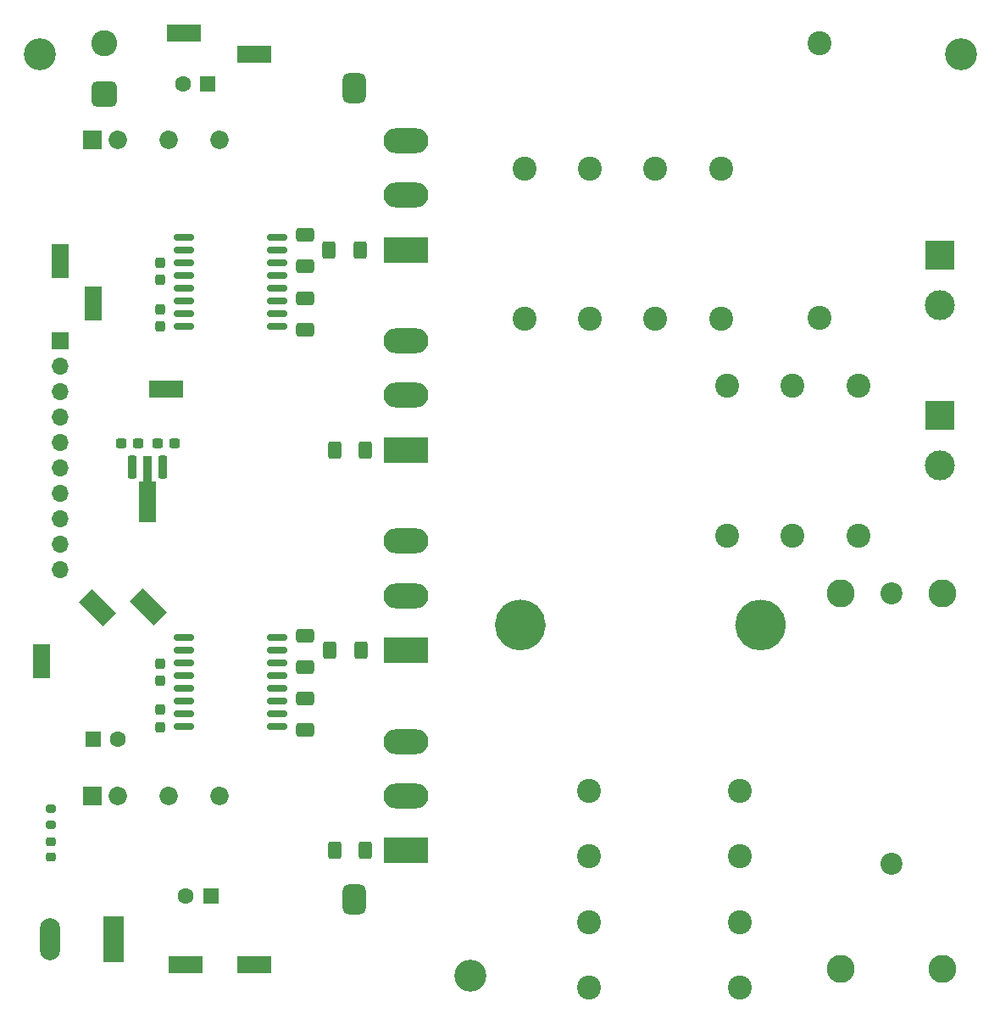
<source format=gbr>
%TF.GenerationSoftware,KiCad,Pcbnew,8.0.3*%
%TF.CreationDate,2025-02-16T14:56:23+13:00*%
%TF.ProjectId,Power-stage-rounded,506f7765-722d-4737-9461-67652d726f75,rev?*%
%TF.SameCoordinates,Original*%
%TF.FileFunction,Soldermask,Top*%
%TF.FilePolarity,Negative*%
%FSLAX46Y46*%
G04 Gerber Fmt 4.6, Leading zero omitted, Abs format (unit mm)*
G04 Created by KiCad (PCBNEW 8.0.3) date 2025-02-16 14:56:23*
%MOMM*%
%LPD*%
G01*
G04 APERTURE LIST*
G04 Aperture macros list*
%AMRoundRect*
0 Rectangle with rounded corners*
0 $1 Rounding radius*
0 $2 $3 $4 $5 $6 $7 $8 $9 X,Y pos of 4 corners*
0 Add a 4 corners polygon primitive as box body*
4,1,4,$2,$3,$4,$5,$6,$7,$8,$9,$2,$3,0*
0 Add four circle primitives for the rounded corners*
1,1,$1+$1,$2,$3*
1,1,$1+$1,$4,$5*
1,1,$1+$1,$6,$7*
1,1,$1+$1,$8,$9*
0 Add four rect primitives between the rounded corners*
20,1,$1+$1,$2,$3,$4,$5,0*
20,1,$1+$1,$4,$5,$6,$7,0*
20,1,$1+$1,$6,$7,$8,$9,0*
20,1,$1+$1,$8,$9,$2,$3,0*%
%AMRotRect*
0 Rectangle, with rotation*
0 The origin of the aperture is its center*
0 $1 length*
0 $2 width*
0 $3 Rotation angle, in degrees counterclockwise*
0 Add horizontal line*
21,1,$1,$2,0,0,$3*%
%AMFreePoly0*
4,1,9,5.362500,-0.866500,1.237500,-0.866500,1.237500,-0.450000,-1.237500,-0.450000,-1.237500,0.450000,1.237500,0.450000,1.237500,0.866500,5.362500,0.866500,5.362500,-0.866500,5.362500,-0.866500,$1*%
G04 Aperture macros list end*
%ADD10C,2.533948*%
%ADD11RoundRect,0.650000X0.650000X-0.650000X0.650000X0.650000X-0.650000X0.650000X-0.650000X-0.650000X0*%
%ADD12C,2.600000*%
%ADD13RotRect,3.400000X1.800000X135.000000*%
%ADD14R,1.800000X3.400000*%
%ADD15R,3.400000X1.800000*%
%ADD16R,1.600000X1.600000*%
%ADD17C,1.600000*%
%ADD18R,1.700000X1.700000*%
%ADD19O,1.700000X1.700000*%
%ADD20R,2.000000X4.600000*%
%ADD21O,2.000000X4.200000*%
%ADD22RoundRect,0.200000X-0.275000X0.200000X-0.275000X-0.200000X0.275000X-0.200000X0.275000X0.200000X0*%
%ADD23RoundRect,0.218750X0.256250X-0.218750X0.256250X0.218750X-0.256250X0.218750X-0.256250X-0.218750X0*%
%ADD24RoundRect,0.225000X-0.225000X0.925000X-0.225000X-0.925000X0.225000X-0.925000X0.225000X0.925000X0*%
%ADD25FreePoly0,270.000000*%
%ADD26RoundRect,0.250000X-0.650000X0.412500X-0.650000X-0.412500X0.650000X-0.412500X0.650000X0.412500X0*%
%ADD27RoundRect,0.237500X-0.237500X0.300000X-0.237500X-0.300000X0.237500X-0.300000X0.237500X0.300000X0*%
%ADD28C,2.400000*%
%ADD29RoundRect,0.250000X-0.400000X-0.625000X0.400000X-0.625000X0.400000X0.625000X-0.400000X0.625000X0*%
%ADD30C,2.200000*%
%ADD31C,3.200000*%
%ADD32RoundRect,0.237500X0.300000X0.237500X-0.300000X0.237500X-0.300000X-0.237500X0.300000X-0.237500X0*%
%ADD33R,1.850000X1.850000*%
%ADD34C,1.850000*%
%ADD35RoundRect,0.150000X-0.875000X-0.150000X0.875000X-0.150000X0.875000X0.150000X-0.875000X0.150000X0*%
%ADD36RoundRect,0.237500X-0.300000X-0.237500X0.300000X-0.237500X0.300000X0.237500X-0.300000X0.237500X0*%
%ADD37R,4.500000X2.500000*%
%ADD38O,4.500000X2.500000*%
%ADD39RoundRect,0.237500X0.237500X-0.300000X0.237500X0.300000X-0.237500X0.300000X-0.237500X-0.300000X0*%
%ADD40C,2.800000*%
%ADD41RoundRect,0.575000X0.575000X-0.925000X0.575000X0.925000X-0.575000X0.925000X-0.575000X-0.925000X0*%
%ADD42R,3.000000X3.000000*%
%ADD43C,3.000000*%
G04 APERTURE END LIST*
D10*
X183416974Y-103983948D02*
G75*
G02*
X180883026Y-103983948I-1266974J0D01*
G01*
X180883026Y-103983948D02*
G75*
G02*
X183416974Y-103983948I1266974J0D01*
G01*
X159416974Y-103983948D02*
G75*
G02*
X156883026Y-103983948I-1266974J0D01*
G01*
X156883026Y-103983948D02*
G75*
G02*
X159416974Y-103983948I1266974J0D01*
G01*
D11*
%TO.C,TP11*%
X116600000Y-50980000D03*
D12*
X116600000Y-45900000D03*
%TD*%
D13*
%TO.C,TP10*%
X121000000Y-102200000D03*
%TD*%
%TO.C,TP9*%
X115900000Y-102300000D03*
%TD*%
D14*
%TO.C,TP8*%
X115500000Y-71900000D03*
%TD*%
%TO.C,TP7*%
X112200000Y-67600000D03*
%TD*%
D15*
%TO.C,TP6*%
X122800000Y-80400000D03*
%TD*%
%TO.C,TP5*%
X131600000Y-137900000D03*
%TD*%
%TO.C,TP4*%
X131600000Y-47000000D03*
%TD*%
D16*
%TO.C,C35*%
X115450000Y-115400000D03*
D17*
X117950000Y-115400000D03*
%TD*%
D18*
%TO.C,J4*%
X112150000Y-75620000D03*
D19*
X112150000Y-78160000D03*
X112150000Y-80700000D03*
X112150000Y-83240000D03*
X112150000Y-85780000D03*
X112150000Y-88320000D03*
X112150000Y-90860000D03*
X112150000Y-93400000D03*
X112150000Y-95940000D03*
X112150000Y-98480000D03*
%TD*%
D20*
%TO.C,J5*%
X117500000Y-135350000D03*
D21*
X111200000Y-135350000D03*
%TD*%
D22*
%TO.C,R13*%
X111250000Y-122300000D03*
X111250000Y-123950000D03*
%TD*%
D23*
%TO.C,D1*%
X111250000Y-127187500D03*
X111250000Y-125612500D03*
%TD*%
D24*
%TO.C,U5*%
X122387500Y-88250000D03*
D25*
X120887500Y-88337500D03*
D24*
X119387500Y-88250000D03*
%TD*%
D26*
%TO.C,C14*%
X136650000Y-111337500D03*
X136650000Y-114462500D03*
%TD*%
D27*
%TO.C,C23*%
X122150000Y-107837500D03*
X122150000Y-109562500D03*
%TD*%
D28*
%TO.C,C27*%
X180050000Y-120550000D03*
X165050000Y-120550000D03*
%TD*%
D29*
%TO.C,R4*%
X139600000Y-126500000D03*
X142700000Y-126500000D03*
%TD*%
D28*
%TO.C,C32*%
X185350000Y-95100000D03*
X185350000Y-80100000D03*
%TD*%
D30*
%TO.C,C16*%
X195250000Y-100800000D03*
X195250000Y-127800000D03*
%TD*%
D31*
%TO.C,H1*%
X110150000Y-47000000D03*
%TD*%
D16*
%TO.C,C1*%
X127232380Y-131021190D03*
D17*
X124732380Y-131021190D03*
%TD*%
D28*
%TO.C,C11*%
X171650000Y-58400000D03*
X171650000Y-73400000D03*
%TD*%
D15*
%TO.C,TP3*%
X124700000Y-137900000D03*
%TD*%
D32*
%TO.C,C26*%
X123612500Y-85800000D03*
X121887500Y-85800000D03*
%TD*%
D33*
%TO.C,U3*%
X115440000Y-55500000D03*
D34*
X117980000Y-55500000D03*
X123060000Y-55500000D03*
X128140000Y-55500000D03*
%TD*%
D26*
%TO.C,C9*%
X136650000Y-71392500D03*
X136650000Y-74517500D03*
%TD*%
D35*
%TO.C,U2*%
X124550000Y-105255000D03*
X124550000Y-106525000D03*
X124550000Y-107795000D03*
X124550000Y-109065000D03*
X124550000Y-110335000D03*
X124550000Y-111605000D03*
X124550000Y-112875000D03*
X124550000Y-114145000D03*
X133850000Y-114145000D03*
X133850000Y-112875000D03*
X133850000Y-111605000D03*
X133850000Y-110335000D03*
X133850000Y-109065000D03*
X133850000Y-107795000D03*
X133850000Y-106525000D03*
X133850000Y-105255000D03*
%TD*%
D15*
%TO.C,TP2*%
X124500000Y-44900000D03*
%TD*%
D36*
%TO.C,C25*%
X118250000Y-85800000D03*
X119975000Y-85800000D03*
%TD*%
D28*
%TO.C,C17*%
X180050000Y-127100000D03*
X165050000Y-127100000D03*
%TD*%
%TO.C,C18*%
X180050000Y-140200000D03*
X165050000Y-140200000D03*
%TD*%
D26*
%TO.C,C12*%
X136650000Y-105037500D03*
X136650000Y-108162500D03*
%TD*%
D31*
%TO.C,H2*%
X202150000Y-47000000D03*
%TD*%
D37*
%TO.C,Q2*%
X146750000Y-86500000D03*
D38*
X146750000Y-81050000D03*
X146750000Y-75600000D03*
%TD*%
D28*
%TO.C,C29*%
X165100000Y-58400000D03*
X165100000Y-73400000D03*
%TD*%
D37*
%TO.C,Q3*%
X146750000Y-106500000D03*
D38*
X146750000Y-101050000D03*
X146750000Y-95600000D03*
%TD*%
D28*
%TO.C,C28*%
X180050000Y-133650000D03*
X165050000Y-133650000D03*
%TD*%
D39*
%TO.C,C4*%
X122150000Y-74162500D03*
X122150000Y-72437500D03*
%TD*%
D37*
%TO.C,Q4*%
X146750000Y-126500000D03*
D38*
X146750000Y-121050000D03*
X146750000Y-115600000D03*
%TD*%
D14*
%TO.C,TP1*%
X110300000Y-107600000D03*
%TD*%
D28*
%TO.C,C33*%
X191900000Y-95100000D03*
X191900000Y-80100000D03*
%TD*%
D39*
%TO.C,C24*%
X122150000Y-114162500D03*
X122150000Y-112437500D03*
%TD*%
D40*
%TO.C,C15*%
X200350000Y-100800000D03*
X190150000Y-100800000D03*
X200350000Y-138300000D03*
X190150000Y-138300000D03*
%TD*%
D28*
%TO.C,C31*%
X178800000Y-95100000D03*
X178800000Y-80100000D03*
%TD*%
D41*
%TO.C,HS1*%
X141550000Y-131400000D03*
X141550000Y-50400000D03*
%TD*%
D31*
%TO.C,H3*%
X153150000Y-139000000D03*
%TD*%
D33*
%TO.C,U4*%
X115440000Y-121071190D03*
D34*
X117980000Y-121071190D03*
X123060000Y-121071190D03*
X128140000Y-121071190D03*
%TD*%
D28*
%TO.C,C30*%
X158550000Y-58400000D03*
X158550000Y-73400000D03*
%TD*%
D29*
%TO.C,R2*%
X139600000Y-86500000D03*
X142700000Y-86500000D03*
%TD*%
%TO.C,R1*%
X139050000Y-66500000D03*
X142150000Y-66500000D03*
%TD*%
D28*
%TO.C,C10*%
X178200000Y-58400000D03*
X178200000Y-73400000D03*
%TD*%
D42*
%TO.C,J6*%
X200082500Y-83067500D03*
D43*
X200082500Y-88067500D03*
%TD*%
D27*
%TO.C,C3*%
X122150000Y-67800000D03*
X122150000Y-69525000D03*
%TD*%
D16*
%TO.C,C34*%
X126932380Y-49900000D03*
D17*
X124432380Y-49900000D03*
%TD*%
D37*
%TO.C,Q1*%
X146750000Y-66500000D03*
D38*
X146750000Y-61050000D03*
X146750000Y-55600000D03*
%TD*%
D29*
%TO.C,R3*%
X139100000Y-106500000D03*
X142200000Y-106500000D03*
%TD*%
D28*
%TO.C,C2*%
X188050000Y-45850000D03*
X188050000Y-73350000D03*
%TD*%
D26*
%TO.C,C13*%
X136650000Y-65037500D03*
X136650000Y-68162500D03*
%TD*%
D42*
%TO.C,J3*%
X200082500Y-67067500D03*
D43*
X200082500Y-72067500D03*
%TD*%
D35*
%TO.C,U1*%
X124550000Y-65255000D03*
X124550000Y-66525000D03*
X124550000Y-67795000D03*
X124550000Y-69065000D03*
X124550000Y-70335000D03*
X124550000Y-71605000D03*
X124550000Y-72875000D03*
X124550000Y-74145000D03*
X133850000Y-74145000D03*
X133850000Y-72875000D03*
X133850000Y-71605000D03*
X133850000Y-70335000D03*
X133850000Y-69065000D03*
X133850000Y-67795000D03*
X133850000Y-66525000D03*
X133850000Y-65255000D03*
%TD*%
M02*

</source>
